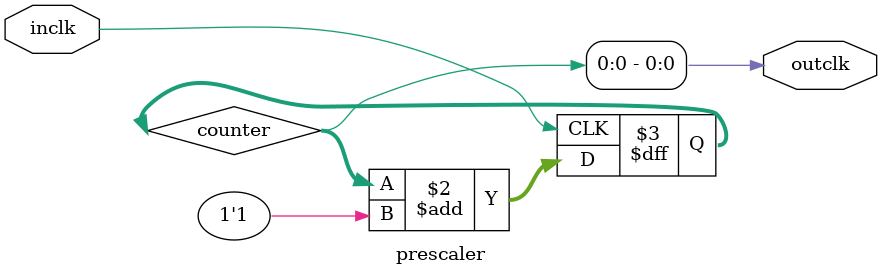
<source format=v>
module prescaler #( parameter WIDTH = 4)(
    input  wire inclk,
    output wire outclk
);

    reg [WIDTH-1:0] counter;

    always @(posedge inclk) counter <= counter + 1'b1;

    assign outclk = counter[0];

endmodule

</source>
